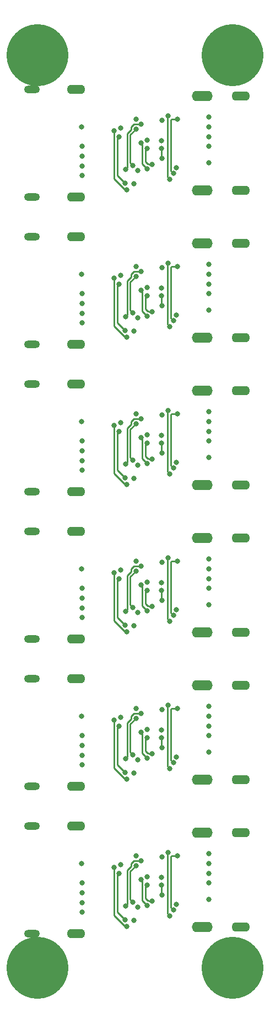
<source format=gbr>
%TF.GenerationSoftware,KiCad,Pcbnew,(6.0.4-0)*%
%TF.CreationDate,2022-07-15T01:30:14+01:00*%
%TF.ProjectId,pc070_aida_hdmi_dp,70633037-305f-4616-9964-615f68646d69,rev?*%
%TF.SameCoordinates,Original*%
%TF.FileFunction,Copper,L4,Bot*%
%TF.FilePolarity,Positive*%
%FSLAX46Y46*%
G04 Gerber Fmt 4.6, Leading zero omitted, Abs format (unit mm)*
G04 Created by KiCad (PCBNEW (6.0.4-0)) date 2022-07-15 01:30:14*
%MOMM*%
%LPD*%
G01*
G04 APERTURE LIST*
%TA.AperFunction,ConnectorPad*%
%ADD10C,9.500000*%
%TD*%
%TA.AperFunction,ComponentPad*%
%ADD11C,5.700000*%
%TD*%
%TA.AperFunction,ComponentPad*%
%ADD12O,3.200000X1.600000*%
%TD*%
%TA.AperFunction,ComponentPad*%
%ADD13O,2.820000X1.410000*%
%TD*%
%TA.AperFunction,ComponentPad*%
%ADD14O,2.800000X1.400000*%
%TD*%
%TA.AperFunction,ComponentPad*%
%ADD15O,2.400000X1.200000*%
%TD*%
%TA.AperFunction,ViaPad*%
%ADD16C,0.800000*%
%TD*%
%TA.AperFunction,Conductor*%
%ADD17C,0.250000*%
%TD*%
G04 APERTURE END LIST*
D10*
%TO.P,H4,1,1*%
%TO.N,GND*%
X75000000Y-185000000D03*
D11*
X75000000Y-185000000D03*
%TD*%
D10*
%TO.P,H3,1,1*%
%TO.N,GND*%
X105000000Y-185000000D03*
D11*
X105000000Y-185000000D03*
%TD*%
D10*
%TO.P,H2,1,1*%
%TO.N,GND*%
X105000000Y-45000000D03*
D11*
X105000000Y-45000000D03*
%TD*%
D10*
%TO.P,H1,1,1*%
%TO.N,GND*%
X75000000Y-45000000D03*
D11*
X75000000Y-45000000D03*
%TD*%
D12*
%TO.P,J12,S1,SHIELD*%
%TO.N,GND*%
X100300000Y-178765000D03*
%TO.P,J12,S2,SHIELD*%
X100300000Y-164265000D03*
D13*
%TO.P,J12,S3,SHIELD*%
X106260000Y-178765000D03*
%TO.P,J12,S4,SHIELD*%
X106260000Y-164265000D03*
%TD*%
D14*
%TO.P,J11,S1,SHIELD*%
%TO.N,GND*%
X80960000Y-163265000D03*
%TO.P,J11,S2,SHIELD*%
X80960000Y-179765000D03*
D15*
%TO.P,J11,S3,SHIELD*%
X74180000Y-163265000D03*
%TO.P,J11,S4,SHIELD*%
X74180000Y-179765000D03*
%TD*%
D12*
%TO.P,J10,S1,SHIELD*%
%TO.N,GND*%
X100300000Y-156159000D03*
%TO.P,J10,S2,SHIELD*%
X100300000Y-141659000D03*
D13*
%TO.P,J10,S3,SHIELD*%
X106260000Y-156159000D03*
%TO.P,J10,S4,SHIELD*%
X106260000Y-141659000D03*
%TD*%
D14*
%TO.P,J9,S1,SHIELD*%
%TO.N,GND*%
X80960000Y-140659000D03*
%TO.P,J9,S2,SHIELD*%
X80960000Y-157159000D03*
D15*
%TO.P,J9,S3,SHIELD*%
X74180000Y-140659000D03*
%TO.P,J9,S4,SHIELD*%
X74180000Y-157159000D03*
%TD*%
D12*
%TO.P,J8,S1,SHIELD*%
%TO.N,GND*%
X100300000Y-133553000D03*
%TO.P,J8,S2,SHIELD*%
X100300000Y-119053000D03*
D13*
%TO.P,J8,S3,SHIELD*%
X106260000Y-133553000D03*
%TO.P,J8,S4,SHIELD*%
X106260000Y-119053000D03*
%TD*%
D14*
%TO.P,J7,S1,SHIELD*%
%TO.N,GND*%
X80960000Y-118053000D03*
%TO.P,J7,S2,SHIELD*%
X80960000Y-134553000D03*
D15*
%TO.P,J7,S3,SHIELD*%
X74180000Y-118053000D03*
%TO.P,J7,S4,SHIELD*%
X74180000Y-134553000D03*
%TD*%
D12*
%TO.P,J6,S1,SHIELD*%
%TO.N,GND*%
X100300000Y-110947000D03*
%TO.P,J6,S2,SHIELD*%
X100300000Y-96447000D03*
D13*
%TO.P,J6,S3,SHIELD*%
X106260000Y-110947000D03*
%TO.P,J6,S4,SHIELD*%
X106260000Y-96447000D03*
%TD*%
D14*
%TO.P,J5,S1,SHIELD*%
%TO.N,GND*%
X80960000Y-95447000D03*
%TO.P,J5,S2,SHIELD*%
X80960000Y-111947000D03*
D15*
%TO.P,J5,S3,SHIELD*%
X74180000Y-95447000D03*
%TO.P,J5,S4,SHIELD*%
X74180000Y-111947000D03*
%TD*%
D12*
%TO.P,J4,S1,SHIELD*%
%TO.N,GND*%
X100300000Y-88341000D03*
%TO.P,J4,S2,SHIELD*%
X100300000Y-73841000D03*
D13*
%TO.P,J4,S3,SHIELD*%
X106260000Y-88341000D03*
%TO.P,J4,S4,SHIELD*%
X106260000Y-73841000D03*
%TD*%
D14*
%TO.P,J3,S1,SHIELD*%
%TO.N,GND*%
X80960000Y-72841000D03*
%TO.P,J3,S2,SHIELD*%
X80960000Y-89341000D03*
D15*
%TO.P,J3,S3,SHIELD*%
X74180000Y-72841000D03*
%TO.P,J3,S4,SHIELD*%
X74180000Y-89341000D03*
%TD*%
D12*
%TO.P,J2,S1,SHIELD*%
%TO.N,GND*%
X100300000Y-65735000D03*
%TO.P,J2,S2,SHIELD*%
X100300000Y-51235000D03*
D13*
%TO.P,J2,S3,SHIELD*%
X106260000Y-65735000D03*
%TO.P,J2,S4,SHIELD*%
X106260000Y-51235000D03*
%TD*%
D14*
%TO.P,J1,S1,SHIELD*%
%TO.N,GND*%
X80960000Y-50235000D03*
%TO.P,J1,S2,SHIELD*%
X80960000Y-66735000D03*
D15*
%TO.P,J1,S3,SHIELD*%
X74180000Y-50235000D03*
%TO.P,J1,S4,SHIELD*%
X74180000Y-66735000D03*
%TD*%
D16*
%TO.N,GND*%
X81825000Y-123818000D03*
X81873021Y-126792647D03*
X81863782Y-128326593D03*
X81870174Y-129788648D03*
X81878041Y-131299536D03*
X101343316Y-122283648D03*
X101340978Y-123787010D03*
X101334707Y-125295789D03*
X101333441Y-126808477D03*
X101333027Y-129298087D03*
%TO.N,/pc070_aida_hdmi_dp_single5/BUSY*%
X94100000Y-127078500D03*
X94150000Y-128618000D03*
%TO.N,/pc070_aida_hdmi_dp_single5/SPARE*%
X92625000Y-129527511D03*
X91850000Y-127078500D03*
%TO.N,/pc070_aida_hdmi_dp_single5/SPARE\u002A*%
X90950000Y-126293000D03*
X91850000Y-130243000D03*
%TO.N,/pc070_aida_hdmi_dp_single5/CONT\u002A*%
X89675000Y-129743000D03*
X90150000Y-124142500D03*
%TO.N,/pc070_aida_hdmi_dp_single5/CONT*%
X88525000Y-130293000D03*
X90975000Y-123418000D03*
%TO.N,/pc070_aida_hdmi_dp_single5/CLK\u002A*%
X96550000Y-122618500D03*
X95900000Y-130943000D03*
%TO.N,/pc070_aida_hdmi_dp_single5/CLK*%
X95307341Y-131825341D03*
X95100000Y-122118000D03*
%TO.N,/pc070_aida_hdmi_dp_single5/TRIG\u002A*%
X88775000Y-133468000D03*
X86775000Y-124368000D03*
%TO.N,/pc070_aida_hdmi_dp_single5/TRIG*%
X88462299Y-132430701D03*
X87525000Y-125343000D03*
%TO.N,GND*%
X87825000Y-123993000D03*
X90150000Y-122618000D03*
X94175000Y-122768000D03*
X91875000Y-125818000D03*
X96378614Y-130065541D03*
X90400000Y-130518500D03*
X89862106Y-132505894D03*
X94050000Y-125918000D03*
X81825000Y-146424000D03*
X81873021Y-149398647D03*
X81863782Y-150932593D03*
X81870174Y-152394648D03*
X81878041Y-153905536D03*
X101343316Y-144889648D03*
X101340978Y-146393010D03*
X101334707Y-147901789D03*
X101333441Y-149414477D03*
X101333027Y-151904087D03*
%TO.N,/pc070_aida_hdmi_dp_single4/BUSY*%
X94100000Y-149684500D03*
X94150000Y-151224000D03*
%TO.N,/pc070_aida_hdmi_dp_single4/SPARE*%
X92625000Y-152133511D03*
X91850000Y-149684500D03*
%TO.N,/pc070_aida_hdmi_dp_single4/SPARE\u002A*%
X90950000Y-148899000D03*
X91850000Y-152849000D03*
%TO.N,/pc070_aida_hdmi_dp_single4/CONT\u002A*%
X89675000Y-152349000D03*
X90150000Y-146748500D03*
%TO.N,/pc070_aida_hdmi_dp_single4/CONT*%
X88525000Y-152899000D03*
X90975000Y-146024000D03*
%TO.N,/pc070_aida_hdmi_dp_single4/CLK\u002A*%
X96550000Y-145224500D03*
X95900000Y-153549000D03*
%TO.N,/pc070_aida_hdmi_dp_single4/CLK*%
X95307341Y-154431341D03*
X95100000Y-144724000D03*
%TO.N,/pc070_aida_hdmi_dp_single4/TRIG\u002A*%
X88775000Y-156074000D03*
X86775000Y-146974000D03*
%TO.N,/pc070_aida_hdmi_dp_single4/TRIG*%
X88462299Y-155036701D03*
X87525000Y-147949000D03*
%TO.N,GND*%
X87825000Y-146599000D03*
X90150000Y-145224000D03*
X94175000Y-145374000D03*
X91875000Y-148424000D03*
X96378614Y-152671541D03*
X90400000Y-153124500D03*
X89862106Y-155111894D03*
X94050000Y-148524000D03*
X81825000Y-169030000D03*
X81873021Y-172004647D03*
X81863782Y-173538593D03*
X81870174Y-175000648D03*
X81878041Y-176511536D03*
X101343316Y-167495648D03*
X101340978Y-168999010D03*
X101334707Y-170507789D03*
X101333441Y-172020477D03*
X101333027Y-174510087D03*
%TO.N,/pc070_aida_hdmi_dp_single3/BUSY*%
X94100000Y-172290500D03*
X94150000Y-173830000D03*
%TO.N,/pc070_aida_hdmi_dp_single3/SPARE*%
X92625000Y-174739511D03*
X91850000Y-172290500D03*
%TO.N,/pc070_aida_hdmi_dp_single3/SPARE\u002A*%
X90950000Y-171505000D03*
X91850000Y-175455000D03*
%TO.N,/pc070_aida_hdmi_dp_single3/CONT\u002A*%
X89675000Y-174955000D03*
X90150000Y-169354500D03*
%TO.N,/pc070_aida_hdmi_dp_single3/CONT*%
X88525000Y-175505000D03*
X90975000Y-168630000D03*
%TO.N,/pc070_aida_hdmi_dp_single3/CLK\u002A*%
X96550000Y-167830500D03*
X95900000Y-176155000D03*
%TO.N,/pc070_aida_hdmi_dp_single3/CLK*%
X95307341Y-177037341D03*
X95100000Y-167330000D03*
%TO.N,/pc070_aida_hdmi_dp_single3/TRIG\u002A*%
X88775000Y-178680000D03*
X86775000Y-169580000D03*
%TO.N,/pc070_aida_hdmi_dp_single3/TRIG*%
X88462299Y-177642701D03*
X87525000Y-170555000D03*
%TO.N,GND*%
X87825000Y-169205000D03*
X90150000Y-167830000D03*
X94175000Y-167980000D03*
X91875000Y-171030000D03*
X96378614Y-175277541D03*
X90400000Y-175730500D03*
X89862106Y-177717894D03*
X94050000Y-171130000D03*
X81825000Y-101212000D03*
X81873021Y-104186647D03*
X81863782Y-105720593D03*
X81870174Y-107182648D03*
X81878041Y-108693536D03*
X101343316Y-99677648D03*
X101340978Y-101181010D03*
X101334707Y-102689789D03*
X101333441Y-104202477D03*
X101333027Y-106692087D03*
%TO.N,/pc070_aida_hdmi_dp_single2/BUSY*%
X94100000Y-104472500D03*
X94150000Y-106012000D03*
%TO.N,/pc070_aida_hdmi_dp_single2/SPARE*%
X92625000Y-106921511D03*
X91850000Y-104472500D03*
%TO.N,/pc070_aida_hdmi_dp_single2/SPARE\u002A*%
X90950000Y-103687000D03*
X91850000Y-107637000D03*
%TO.N,/pc070_aida_hdmi_dp_single2/CONT\u002A*%
X89675000Y-107137000D03*
X90150000Y-101536500D03*
%TO.N,/pc070_aida_hdmi_dp_single2/CONT*%
X88525000Y-107687000D03*
X90975000Y-100812000D03*
%TO.N,/pc070_aida_hdmi_dp_single2/CLK\u002A*%
X96550000Y-100012500D03*
X95900000Y-108337000D03*
%TO.N,/pc070_aida_hdmi_dp_single2/CLK*%
X95307341Y-109219341D03*
X95100000Y-99512000D03*
%TO.N,/pc070_aida_hdmi_dp_single2/TRIG\u002A*%
X88775000Y-110862000D03*
X86775000Y-101762000D03*
%TO.N,/pc070_aida_hdmi_dp_single2/TRIG*%
X88462299Y-109824701D03*
X87525000Y-102737000D03*
%TO.N,GND*%
X87825000Y-101387000D03*
X90150000Y-100012000D03*
X94175000Y-100162000D03*
X91875000Y-103212000D03*
X96378614Y-107459541D03*
X90400000Y-107912500D03*
X89862106Y-109899894D03*
X94050000Y-103312000D03*
X81825000Y-78606000D03*
X81873021Y-81580647D03*
X81863782Y-83114593D03*
X81870174Y-84576648D03*
X81878041Y-86087536D03*
X101343316Y-77071648D03*
X101340978Y-78575010D03*
X101334707Y-80083789D03*
X101333441Y-81596477D03*
X101333027Y-84086087D03*
%TO.N,/pc070_aida_hdmi_dp_single1/BUSY*%
X94100000Y-81866500D03*
X94150000Y-83406000D03*
%TO.N,/pc070_aida_hdmi_dp_single1/SPARE*%
X92625000Y-84315511D03*
X91850000Y-81866500D03*
%TO.N,/pc070_aida_hdmi_dp_single1/SPARE\u002A*%
X90950000Y-81081000D03*
X91850000Y-85031000D03*
%TO.N,/pc070_aida_hdmi_dp_single1/CONT\u002A*%
X89675000Y-84531000D03*
X90150000Y-78930500D03*
%TO.N,/pc070_aida_hdmi_dp_single1/CONT*%
X88525000Y-85081000D03*
X90975000Y-78206000D03*
%TO.N,/pc070_aida_hdmi_dp_single1/CLK\u002A*%
X96550000Y-77406500D03*
X95900000Y-85731000D03*
%TO.N,/pc070_aida_hdmi_dp_single1/CLK*%
X95307341Y-86613341D03*
X95100000Y-76906000D03*
%TO.N,/pc070_aida_hdmi_dp_single1/TRIG\u002A*%
X88775000Y-88256000D03*
X86775000Y-79156000D03*
%TO.N,/pc070_aida_hdmi_dp_single1/TRIG*%
X88462299Y-87218701D03*
X87525000Y-80131000D03*
%TO.N,GND*%
X87825000Y-78781000D03*
X90150000Y-77406000D03*
X94175000Y-77556000D03*
X91875000Y-80606000D03*
X96378614Y-84853541D03*
X90400000Y-85306500D03*
X89862106Y-87293894D03*
X94050000Y-80706000D03*
X94050000Y-58100000D03*
X89862106Y-64687894D03*
X90400000Y-62700500D03*
X96378614Y-62247541D03*
X91875000Y-58000000D03*
X94175000Y-54950000D03*
X90150000Y-54800000D03*
X87825000Y-56175000D03*
%TO.N,/pc070_aida_hdmi_dp_single/TRIG*%
X87525000Y-57525000D03*
X88462299Y-64612701D03*
%TO.N,/pc070_aida_hdmi_dp_single/TRIG\u002A*%
X86775000Y-56550000D03*
X88775000Y-65650000D03*
%TO.N,/pc070_aida_hdmi_dp_single/CLK*%
X95100000Y-54300000D03*
X95307341Y-64007341D03*
%TO.N,/pc070_aida_hdmi_dp_single/CLK\u002A*%
X95900000Y-63125000D03*
X96550000Y-54800500D03*
%TO.N,/pc070_aida_hdmi_dp_single/CONT*%
X90975000Y-55600000D03*
X88525000Y-62475000D03*
%TO.N,/pc070_aida_hdmi_dp_single/CONT\u002A*%
X90150000Y-56324500D03*
X89675000Y-61925000D03*
%TO.N,/pc070_aida_hdmi_dp_single/SPARE\u002A*%
X91850000Y-62425000D03*
X90950000Y-58475000D03*
%TO.N,/pc070_aida_hdmi_dp_single/SPARE*%
X91850000Y-59260500D03*
X92625000Y-61709511D03*
%TO.N,/pc070_aida_hdmi_dp_single/BUSY*%
X94150000Y-60800000D03*
X94100000Y-59260500D03*
%TO.N,GND*%
X101333027Y-61480087D03*
X101333441Y-58990477D03*
X101334707Y-57477789D03*
X101340978Y-55969010D03*
X101343316Y-54465648D03*
X81878041Y-63481536D03*
X81870174Y-61970648D03*
X81863782Y-60508593D03*
X81873021Y-58974647D03*
X81825000Y-56000000D03*
%TD*%
D17*
%TO.N,/pc070_aida_hdmi_dp_single5/CONT\u002A*%
X89274520Y-125017980D02*
X90150000Y-124142500D01*
X89274520Y-129342520D02*
X89274520Y-125017980D01*
X89675000Y-129743000D02*
X89274520Y-129342520D01*
%TO.N,/pc070_aida_hdmi_dp_single5/CONT*%
X89849886Y-123418000D02*
X90975000Y-123418000D01*
X88825000Y-129993000D02*
X88825000Y-124831782D01*
X89425489Y-123842397D02*
X89849886Y-123418000D01*
X89425489Y-124231294D02*
X89425489Y-123842397D01*
X88825000Y-124831782D02*
X89425489Y-124231294D01*
X88525000Y-130293000D02*
X88825000Y-129993000D01*
%TO.N,/pc070_aida_hdmi_dp_single5/CLK\u002A*%
X95649500Y-122618500D02*
X96550000Y-122618500D01*
X95525000Y-122743000D02*
X95649500Y-122618500D01*
X95525000Y-130568000D02*
X95525000Y-122743000D01*
X95900000Y-130943000D02*
X95525000Y-130568000D01*
%TO.N,/pc070_aida_hdmi_dp_single5/TRIG*%
X87325000Y-131293402D02*
X88462299Y-132430701D01*
X87325000Y-125543000D02*
X87325000Y-131293402D01*
X87525000Y-125343000D02*
X87325000Y-125543000D01*
%TO.N,/pc070_aida_hdmi_dp_single5/TRIG\u002A*%
X86775000Y-124368000D02*
X86775000Y-131768000D01*
X86775000Y-131768000D02*
X88475000Y-133468000D01*
X88475000Y-133468000D02*
X88775000Y-133468000D01*
%TO.N,/pc070_aida_hdmi_dp_single5/SPARE\u002A*%
X91125000Y-129518000D02*
X91850000Y-130243000D01*
X91125000Y-126468000D02*
X91125000Y-129518000D01*
X90950000Y-126293000D02*
X91125000Y-126468000D01*
%TO.N,/pc070_aida_hdmi_dp_single5/SPARE*%
X91950489Y-129518489D02*
X92150103Y-129518489D01*
X92150103Y-129518489D02*
X92159125Y-129527511D01*
X91574520Y-127353980D02*
X91574520Y-129142520D01*
X91574520Y-129142520D02*
X91950489Y-129518489D01*
X92159125Y-129527511D02*
X92625000Y-129527511D01*
X91850000Y-127078500D02*
X91574520Y-127353980D01*
%TO.N,/pc070_aida_hdmi_dp_single5/CLK*%
X95025000Y-122193000D02*
X95100000Y-122118000D01*
X95307341Y-131825341D02*
X95025000Y-131543000D01*
X95025000Y-131543000D02*
X95025000Y-122193000D01*
%TO.N,/pc070_aida_hdmi_dp_single5/BUSY*%
X94100000Y-128568000D02*
X94100000Y-127078500D01*
X94150000Y-128618000D02*
X94100000Y-128568000D01*
%TO.N,/pc070_aida_hdmi_dp_single4/CONT\u002A*%
X89274520Y-147623980D02*
X90150000Y-146748500D01*
X89274520Y-151948520D02*
X89274520Y-147623980D01*
X89675000Y-152349000D02*
X89274520Y-151948520D01*
%TO.N,/pc070_aida_hdmi_dp_single4/CONT*%
X89849886Y-146024000D02*
X90975000Y-146024000D01*
X88825000Y-152599000D02*
X88825000Y-147437782D01*
X89425489Y-146448397D02*
X89849886Y-146024000D01*
X89425489Y-146837294D02*
X89425489Y-146448397D01*
X88825000Y-147437782D02*
X89425489Y-146837294D01*
X88525000Y-152899000D02*
X88825000Y-152599000D01*
%TO.N,/pc070_aida_hdmi_dp_single4/CLK\u002A*%
X95649500Y-145224500D02*
X96550000Y-145224500D01*
X95525000Y-145349000D02*
X95649500Y-145224500D01*
X95525000Y-153174000D02*
X95525000Y-145349000D01*
X95900000Y-153549000D02*
X95525000Y-153174000D01*
%TO.N,/pc070_aida_hdmi_dp_single4/TRIG*%
X87325000Y-153899402D02*
X88462299Y-155036701D01*
X87325000Y-148149000D02*
X87325000Y-153899402D01*
X87525000Y-147949000D02*
X87325000Y-148149000D01*
%TO.N,/pc070_aida_hdmi_dp_single4/TRIG\u002A*%
X86775000Y-146974000D02*
X86775000Y-154374000D01*
X86775000Y-154374000D02*
X88475000Y-156074000D01*
X88475000Y-156074000D02*
X88775000Y-156074000D01*
%TO.N,/pc070_aida_hdmi_dp_single4/SPARE\u002A*%
X91125000Y-152124000D02*
X91850000Y-152849000D01*
X91125000Y-149074000D02*
X91125000Y-152124000D01*
X90950000Y-148899000D02*
X91125000Y-149074000D01*
%TO.N,/pc070_aida_hdmi_dp_single4/SPARE*%
X91950489Y-152124489D02*
X92150103Y-152124489D01*
X92150103Y-152124489D02*
X92159125Y-152133511D01*
X91574520Y-149959980D02*
X91574520Y-151748520D01*
X91574520Y-151748520D02*
X91950489Y-152124489D01*
X92159125Y-152133511D02*
X92625000Y-152133511D01*
X91850000Y-149684500D02*
X91574520Y-149959980D01*
%TO.N,/pc070_aida_hdmi_dp_single4/CLK*%
X95025000Y-144799000D02*
X95100000Y-144724000D01*
X95307341Y-154431341D02*
X95025000Y-154149000D01*
X95025000Y-154149000D02*
X95025000Y-144799000D01*
%TO.N,/pc070_aida_hdmi_dp_single4/BUSY*%
X94100000Y-151174000D02*
X94100000Y-149684500D01*
X94150000Y-151224000D02*
X94100000Y-151174000D01*
%TO.N,/pc070_aida_hdmi_dp_single3/CONT\u002A*%
X89274520Y-170229980D02*
X90150000Y-169354500D01*
X89274520Y-174554520D02*
X89274520Y-170229980D01*
X89675000Y-174955000D02*
X89274520Y-174554520D01*
%TO.N,/pc070_aida_hdmi_dp_single3/CONT*%
X89849886Y-168630000D02*
X90975000Y-168630000D01*
X88825000Y-175205000D02*
X88825000Y-170043782D01*
X89425489Y-169054397D02*
X89849886Y-168630000D01*
X89425489Y-169443294D02*
X89425489Y-169054397D01*
X88825000Y-170043782D02*
X89425489Y-169443294D01*
X88525000Y-175505000D02*
X88825000Y-175205000D01*
%TO.N,/pc070_aida_hdmi_dp_single3/CLK\u002A*%
X95649500Y-167830500D02*
X96550000Y-167830500D01*
X95525000Y-167955000D02*
X95649500Y-167830500D01*
X95525000Y-175780000D02*
X95525000Y-167955000D01*
X95900000Y-176155000D02*
X95525000Y-175780000D01*
%TO.N,/pc070_aida_hdmi_dp_single3/TRIG*%
X87325000Y-176505402D02*
X88462299Y-177642701D01*
X87325000Y-170755000D02*
X87325000Y-176505402D01*
X87525000Y-170555000D02*
X87325000Y-170755000D01*
%TO.N,/pc070_aida_hdmi_dp_single3/TRIG\u002A*%
X86775000Y-169580000D02*
X86775000Y-176980000D01*
X86775000Y-176980000D02*
X88475000Y-178680000D01*
X88475000Y-178680000D02*
X88775000Y-178680000D01*
%TO.N,/pc070_aida_hdmi_dp_single3/SPARE\u002A*%
X91125000Y-174730000D02*
X91850000Y-175455000D01*
X91125000Y-171680000D02*
X91125000Y-174730000D01*
X90950000Y-171505000D02*
X91125000Y-171680000D01*
%TO.N,/pc070_aida_hdmi_dp_single3/SPARE*%
X91950489Y-174730489D02*
X92150103Y-174730489D01*
X92150103Y-174730489D02*
X92159125Y-174739511D01*
X91574520Y-172565980D02*
X91574520Y-174354520D01*
X91574520Y-174354520D02*
X91950489Y-174730489D01*
X92159125Y-174739511D02*
X92625000Y-174739511D01*
X91850000Y-172290500D02*
X91574520Y-172565980D01*
%TO.N,/pc070_aida_hdmi_dp_single3/CLK*%
X95025000Y-167405000D02*
X95100000Y-167330000D01*
X95307341Y-177037341D02*
X95025000Y-176755000D01*
X95025000Y-176755000D02*
X95025000Y-167405000D01*
%TO.N,/pc070_aida_hdmi_dp_single3/BUSY*%
X94100000Y-173780000D02*
X94100000Y-172290500D01*
X94150000Y-173830000D02*
X94100000Y-173780000D01*
%TO.N,/pc070_aida_hdmi_dp_single2/CONT\u002A*%
X89274520Y-102411980D02*
X90150000Y-101536500D01*
X89274520Y-106736520D02*
X89274520Y-102411980D01*
X89675000Y-107137000D02*
X89274520Y-106736520D01*
%TO.N,/pc070_aida_hdmi_dp_single2/CONT*%
X89849886Y-100812000D02*
X90975000Y-100812000D01*
X88825000Y-107387000D02*
X88825000Y-102225782D01*
X89425489Y-101236397D02*
X89849886Y-100812000D01*
X89425489Y-101625294D02*
X89425489Y-101236397D01*
X88825000Y-102225782D02*
X89425489Y-101625294D01*
X88525000Y-107687000D02*
X88825000Y-107387000D01*
%TO.N,/pc070_aida_hdmi_dp_single2/CLK\u002A*%
X95649500Y-100012500D02*
X96550000Y-100012500D01*
X95525000Y-100137000D02*
X95649500Y-100012500D01*
X95525000Y-107962000D02*
X95525000Y-100137000D01*
X95900000Y-108337000D02*
X95525000Y-107962000D01*
%TO.N,/pc070_aida_hdmi_dp_single2/TRIG*%
X87325000Y-108687402D02*
X88462299Y-109824701D01*
X87325000Y-102937000D02*
X87325000Y-108687402D01*
X87525000Y-102737000D02*
X87325000Y-102937000D01*
%TO.N,/pc070_aida_hdmi_dp_single2/TRIG\u002A*%
X86775000Y-101762000D02*
X86775000Y-109162000D01*
X86775000Y-109162000D02*
X88475000Y-110862000D01*
X88475000Y-110862000D02*
X88775000Y-110862000D01*
%TO.N,/pc070_aida_hdmi_dp_single2/SPARE\u002A*%
X91125000Y-106912000D02*
X91850000Y-107637000D01*
X91125000Y-103862000D02*
X91125000Y-106912000D01*
X90950000Y-103687000D02*
X91125000Y-103862000D01*
%TO.N,/pc070_aida_hdmi_dp_single2/SPARE*%
X91950489Y-106912489D02*
X92150103Y-106912489D01*
X92150103Y-106912489D02*
X92159125Y-106921511D01*
X91574520Y-104747980D02*
X91574520Y-106536520D01*
X91574520Y-106536520D02*
X91950489Y-106912489D01*
X92159125Y-106921511D02*
X92625000Y-106921511D01*
X91850000Y-104472500D02*
X91574520Y-104747980D01*
%TO.N,/pc070_aida_hdmi_dp_single2/CLK*%
X95025000Y-99587000D02*
X95100000Y-99512000D01*
X95307341Y-109219341D02*
X95025000Y-108937000D01*
X95025000Y-108937000D02*
X95025000Y-99587000D01*
%TO.N,/pc070_aida_hdmi_dp_single2/BUSY*%
X94100000Y-105962000D02*
X94100000Y-104472500D01*
X94150000Y-106012000D02*
X94100000Y-105962000D01*
%TO.N,/pc070_aida_hdmi_dp_single1/CONT\u002A*%
X89274520Y-79805980D02*
X90150000Y-78930500D01*
X89274520Y-84130520D02*
X89274520Y-79805980D01*
X89675000Y-84531000D02*
X89274520Y-84130520D01*
%TO.N,/pc070_aida_hdmi_dp_single1/CONT*%
X89849886Y-78206000D02*
X90975000Y-78206000D01*
X88825000Y-84781000D02*
X88825000Y-79619782D01*
X89425489Y-78630397D02*
X89849886Y-78206000D01*
X89425489Y-79019294D02*
X89425489Y-78630397D01*
X88825000Y-79619782D02*
X89425489Y-79019294D01*
X88525000Y-85081000D02*
X88825000Y-84781000D01*
%TO.N,/pc070_aida_hdmi_dp_single1/CLK\u002A*%
X95649500Y-77406500D02*
X96550000Y-77406500D01*
X95525000Y-77531000D02*
X95649500Y-77406500D01*
X95525000Y-85356000D02*
X95525000Y-77531000D01*
X95900000Y-85731000D02*
X95525000Y-85356000D01*
%TO.N,/pc070_aida_hdmi_dp_single1/TRIG*%
X87325000Y-86081402D02*
X88462299Y-87218701D01*
X87325000Y-80331000D02*
X87325000Y-86081402D01*
X87525000Y-80131000D02*
X87325000Y-80331000D01*
%TO.N,/pc070_aida_hdmi_dp_single1/TRIG\u002A*%
X86775000Y-79156000D02*
X86775000Y-86556000D01*
X86775000Y-86556000D02*
X88475000Y-88256000D01*
X88475000Y-88256000D02*
X88775000Y-88256000D01*
%TO.N,/pc070_aida_hdmi_dp_single1/SPARE\u002A*%
X91125000Y-84306000D02*
X91850000Y-85031000D01*
X91125000Y-81256000D02*
X91125000Y-84306000D01*
X90950000Y-81081000D02*
X91125000Y-81256000D01*
%TO.N,/pc070_aida_hdmi_dp_single1/SPARE*%
X91950489Y-84306489D02*
X92150103Y-84306489D01*
X92150103Y-84306489D02*
X92159125Y-84315511D01*
X91574520Y-82141980D02*
X91574520Y-83930520D01*
X91574520Y-83930520D02*
X91950489Y-84306489D01*
X92159125Y-84315511D02*
X92625000Y-84315511D01*
X91850000Y-81866500D02*
X91574520Y-82141980D01*
%TO.N,/pc070_aida_hdmi_dp_single1/CLK*%
X95025000Y-76981000D02*
X95100000Y-76906000D01*
X95307341Y-86613341D02*
X95025000Y-86331000D01*
X95025000Y-86331000D02*
X95025000Y-76981000D01*
%TO.N,/pc070_aida_hdmi_dp_single1/BUSY*%
X94100000Y-83356000D02*
X94100000Y-81866500D01*
X94150000Y-83406000D02*
X94100000Y-83356000D01*
%TO.N,/pc070_aida_hdmi_dp_single/BUSY*%
X94150000Y-60800000D02*
X94100000Y-60750000D01*
X94100000Y-60750000D02*
X94100000Y-59260500D01*
%TO.N,/pc070_aida_hdmi_dp_single/CLK*%
X95025000Y-63725000D02*
X95025000Y-54375000D01*
X95307341Y-64007341D02*
X95025000Y-63725000D01*
X95025000Y-54375000D02*
X95100000Y-54300000D01*
%TO.N,/pc070_aida_hdmi_dp_single/SPARE*%
X91850000Y-59260500D02*
X91574520Y-59535980D01*
X92159125Y-61709511D02*
X92625000Y-61709511D01*
X91574520Y-61324520D02*
X91950489Y-61700489D01*
X91574520Y-59535980D02*
X91574520Y-61324520D01*
X92150103Y-61700489D02*
X92159125Y-61709511D01*
X91950489Y-61700489D02*
X92150103Y-61700489D01*
%TO.N,/pc070_aida_hdmi_dp_single/SPARE\u002A*%
X90950000Y-58475000D02*
X91125000Y-58650000D01*
X91125000Y-58650000D02*
X91125000Y-61700000D01*
X91125000Y-61700000D02*
X91850000Y-62425000D01*
%TO.N,/pc070_aida_hdmi_dp_single/TRIG\u002A*%
X88475000Y-65650000D02*
X88775000Y-65650000D01*
X86775000Y-63950000D02*
X88475000Y-65650000D01*
X86775000Y-56550000D02*
X86775000Y-63950000D01*
%TO.N,/pc070_aida_hdmi_dp_single/TRIG*%
X87525000Y-57525000D02*
X87325000Y-57725000D01*
X87325000Y-57725000D02*
X87325000Y-63475402D01*
X87325000Y-63475402D02*
X88462299Y-64612701D01*
%TO.N,/pc070_aida_hdmi_dp_single/CLK\u002A*%
X95900000Y-63125000D02*
X95525000Y-62750000D01*
X95525000Y-62750000D02*
X95525000Y-54925000D01*
X95525000Y-54925000D02*
X95649500Y-54800500D01*
X95649500Y-54800500D02*
X96550000Y-54800500D01*
%TO.N,/pc070_aida_hdmi_dp_single/CONT*%
X88525000Y-62475000D02*
X88825000Y-62175000D01*
X88825000Y-57013782D02*
X89425489Y-56413294D01*
X89425489Y-56413294D02*
X89425489Y-56024397D01*
X89425489Y-56024397D02*
X89849886Y-55600000D01*
X88825000Y-62175000D02*
X88825000Y-57013782D01*
X89849886Y-55600000D02*
X90975000Y-55600000D01*
%TO.N,/pc070_aida_hdmi_dp_single/CONT\u002A*%
X89675000Y-61925000D02*
X89274520Y-61524520D01*
X89274520Y-61524520D02*
X89274520Y-57199980D01*
X89274520Y-57199980D02*
X90150000Y-56324500D01*
%TD*%
M02*

</source>
